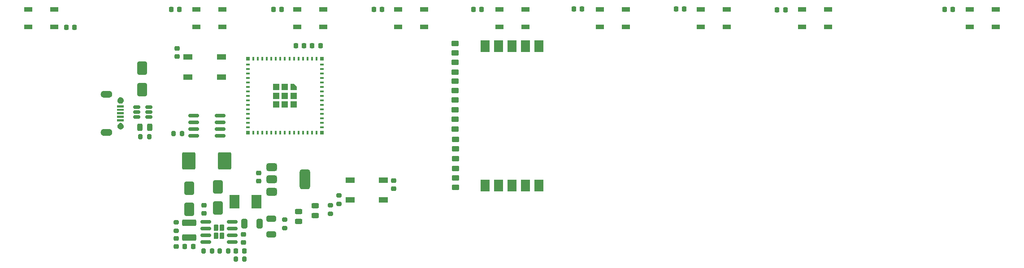
<source format=gbr>
%TF.GenerationSoftware,KiCad,Pcbnew,8.0.5*%
%TF.CreationDate,2025-02-04T15:21:29-08:00*%
%TF.ProjectId,MM36-Dash,4d4d3336-2d44-4617-9368-2e6b69636164,rev?*%
%TF.SameCoordinates,Original*%
%TF.FileFunction,Paste,Top*%
%TF.FilePolarity,Positive*%
%FSLAX46Y46*%
G04 Gerber Fmt 4.6, Leading zero omitted, Abs format (unit mm)*
G04 Created by KiCad (PCBNEW 8.0.5) date 2025-02-04 15:21:29*
%MOMM*%
%LPD*%
G01*
G04 APERTURE LIST*
G04 Aperture macros list*
%AMRoundRect*
0 Rectangle with rounded corners*
0 $1 Rounding radius*
0 $2 $3 $4 $5 $6 $7 $8 $9 X,Y pos of 4 corners*
0 Add a 4 corners polygon primitive as box body*
4,1,4,$2,$3,$4,$5,$6,$7,$8,$9,$2,$3,0*
0 Add four circle primitives for the rounded corners*
1,1,$1+$1,$2,$3*
1,1,$1+$1,$4,$5*
1,1,$1+$1,$6,$7*
1,1,$1+$1,$8,$9*
0 Add four rect primitives between the rounded corners*
20,1,$1+$1,$2,$3,$4,$5,0*
20,1,$1+$1,$4,$5,$6,$7,0*
20,1,$1+$1,$6,$7,$8,$9,0*
20,1,$1+$1,$8,$9,$2,$3,0*%
%AMFreePoly0*
4,1,6,0.600000,-0.600000,-0.600000,-0.600000,-0.600000,0.000000,0.000000,0.600000,0.600000,0.600000,0.600000,-0.600000,0.600000,-0.600000,$1*%
G04 Aperture macros list end*
%ADD10C,0.000000*%
%ADD11RoundRect,0.243750X-0.243750X-0.456250X0.243750X-0.456250X0.243750X0.456250X-0.243750X0.456250X0*%
%ADD12RoundRect,0.225000X-0.225000X-0.250000X0.225000X-0.250000X0.225000X0.250000X-0.225000X0.250000X0*%
%ADD13RoundRect,0.225000X0.225000X0.250000X-0.225000X0.250000X-0.225000X-0.250000X0.225000X-0.250000X0*%
%ADD14R,1.700000X1.000000*%
%ADD15RoundRect,0.250000X0.450000X-0.262500X0.450000X0.262500X-0.450000X0.262500X-0.450000X-0.262500X0*%
%ADD16RoundRect,0.150000X0.825000X0.150000X-0.825000X0.150000X-0.825000X-0.150000X0.825000X-0.150000X0*%
%ADD17R,1.500000X0.900000*%
%ADD18RoundRect,0.200000X0.200000X0.275000X-0.200000X0.275000X-0.200000X-0.275000X0.200000X-0.275000X0*%
%ADD19RoundRect,0.225000X0.250000X-0.225000X0.250000X0.225000X-0.250000X0.225000X-0.250000X-0.225000X0*%
%ADD20RoundRect,0.200000X-0.275000X0.200000X-0.275000X-0.200000X0.275000X-0.200000X0.275000X0.200000X0*%
%ADD21RoundRect,0.200000X0.275000X-0.200000X0.275000X0.200000X-0.275000X0.200000X-0.275000X-0.200000X0*%
%ADD22RoundRect,0.200000X-0.200000X-0.275000X0.200000X-0.275000X0.200000X0.275000X-0.200000X0.275000X0*%
%ADD23R,0.800000X0.800000*%
%ADD24R,1.200000X1.200000*%
%ADD25FreePoly0,270.000000*%
%ADD26R,0.800000X0.400000*%
%ADD27R,0.400000X0.800000*%
%ADD28RoundRect,0.250000X-0.650000X0.325000X-0.650000X-0.325000X0.650000X-0.325000X0.650000X0.325000X0*%
%ADD29RoundRect,0.243750X-0.456250X0.243750X-0.456250X-0.243750X0.456250X-0.243750X0.456250X0.243750X0*%
%ADD30RoundRect,0.250000X-1.075000X0.375000X-1.075000X-0.375000X1.075000X-0.375000X1.075000X0.375000X0*%
%ADD31RoundRect,0.225000X-0.250000X0.225000X-0.250000X-0.225000X0.250000X-0.225000X0.250000X0.225000X0*%
%ADD32RoundRect,0.250000X0.650000X-1.000000X0.650000X1.000000X-0.650000X1.000000X-0.650000X-1.000000X0*%
%ADD33RoundRect,0.250000X-0.650000X1.000000X-0.650000X-1.000000X0.650000X-1.000000X0.650000X1.000000X0*%
%ADD34RoundRect,0.150000X-0.512500X-0.150000X0.512500X-0.150000X0.512500X0.150000X-0.512500X0.150000X0*%
%ADD35R,1.900000X2.500000*%
%ADD36RoundRect,0.250000X1.000000X-1.400000X1.000000X1.400000X-1.000000X1.400000X-1.000000X-1.400000X0*%
%ADD37RoundRect,0.150000X-0.825000X-0.150000X0.825000X-0.150000X0.825000X0.150000X-0.825000X0.150000X0*%
%ADD38RoundRect,0.230000X-0.230000X-0.375000X0.230000X-0.375000X0.230000X0.375000X-0.230000X0.375000X0*%
%ADD39R,1.250000X0.400000*%
%ADD40RoundRect,0.250000X0.325000X0.650000X-0.325000X0.650000X-0.325000X-0.650000X0.325000X-0.650000X0*%
%ADD41RoundRect,0.375000X-0.625000X-0.375000X0.625000X-0.375000X0.625000X0.375000X-0.625000X0.375000X0*%
%ADD42RoundRect,0.500000X-0.500000X-1.400000X0.500000X-1.400000X0.500000X1.400000X-0.500000X1.400000X0*%
%ADD43R,1.651000X2.311400*%
G04 APERTURE END LIST*
D10*
%TO.C,USB1*%
G36*
X130182500Y-143650500D02*
G01*
X130214500Y-143653000D01*
X130247000Y-143657000D01*
X130279000Y-143663000D01*
X130310500Y-143670000D01*
X130341500Y-143679000D01*
X130372500Y-143689000D01*
X130402500Y-143701000D01*
X130432000Y-143714500D01*
X130461000Y-143729000D01*
X130489000Y-143745500D01*
X130516000Y-143763000D01*
X130542500Y-143782000D01*
X130568000Y-143802000D01*
X130592000Y-143823500D01*
X130615500Y-143846000D01*
X130637500Y-143870000D01*
X130658000Y-143894500D01*
X130678000Y-143920500D01*
X130696000Y-143947500D01*
X130713000Y-143975000D01*
X130728500Y-144003500D01*
X130742500Y-144032500D01*
X130755000Y-144062500D01*
X130766000Y-144093000D01*
X130775500Y-144124000D01*
X130783500Y-144155500D01*
X130790000Y-144187000D01*
X130795000Y-144219000D01*
X130798000Y-144251500D01*
X130800000Y-144283500D01*
X130800000Y-144316000D01*
X130798000Y-144348500D01*
X130795000Y-144381000D01*
X130790000Y-144413000D01*
X130783500Y-144444500D01*
X130775500Y-144476000D01*
X130766000Y-144507000D01*
X130755000Y-144537500D01*
X130742500Y-144567500D01*
X130728500Y-144596500D01*
X130713000Y-144625000D01*
X130696000Y-144652500D01*
X130678000Y-144679500D01*
X130658000Y-144705000D01*
X130637500Y-144730000D01*
X130615500Y-144754000D01*
X130592000Y-144776500D01*
X130568000Y-144798000D01*
X130542500Y-144818000D01*
X130516000Y-144837000D01*
X130489000Y-144854500D01*
X130461000Y-144871000D01*
X130432000Y-144885500D01*
X130402500Y-144899000D01*
X130372500Y-144911000D01*
X130341500Y-144921000D01*
X130310500Y-144930000D01*
X130279000Y-144937000D01*
X130247000Y-144942500D01*
X130214500Y-144946500D01*
X130182500Y-144949000D01*
X130150000Y-144950000D01*
X129250000Y-144950000D01*
X129217500Y-144949000D01*
X129185500Y-144946500D01*
X129153000Y-144942500D01*
X129121000Y-144937000D01*
X129089500Y-144930000D01*
X129058500Y-144921000D01*
X129027500Y-144911000D01*
X128997500Y-144899000D01*
X128968000Y-144885500D01*
X128939000Y-144871000D01*
X128911000Y-144854500D01*
X128884000Y-144837000D01*
X128857500Y-144818000D01*
X128832000Y-144798000D01*
X128808000Y-144776500D01*
X128784500Y-144754000D01*
X128762500Y-144730000D01*
X128742000Y-144705000D01*
X128722000Y-144679500D01*
X128704000Y-144652500D01*
X128687000Y-144625000D01*
X128671500Y-144596500D01*
X128657500Y-144567500D01*
X128645000Y-144537500D01*
X128634000Y-144507000D01*
X128624000Y-144476000D01*
X128616500Y-144444500D01*
X128610000Y-144413000D01*
X128605000Y-144381000D01*
X128602000Y-144348500D01*
X128600000Y-144316000D01*
X128600000Y-144283500D01*
X128602000Y-144251500D01*
X128605000Y-144219000D01*
X128610000Y-144187000D01*
X128616500Y-144155500D01*
X128624000Y-144124000D01*
X128634000Y-144093000D01*
X128645000Y-144062500D01*
X128657500Y-144032500D01*
X128671500Y-144003500D01*
X128687000Y-143975000D01*
X128704000Y-143947500D01*
X128722000Y-143920500D01*
X128742000Y-143894500D01*
X128762500Y-143870000D01*
X128784500Y-143846000D01*
X128808000Y-143823500D01*
X128832000Y-143802000D01*
X128857500Y-143782000D01*
X128884000Y-143763000D01*
X128911000Y-143745500D01*
X128939000Y-143729000D01*
X128968000Y-143714500D01*
X128997500Y-143701000D01*
X129027500Y-143689000D01*
X129058500Y-143679000D01*
X129089500Y-143670000D01*
X129121000Y-143663000D01*
X129153000Y-143657000D01*
X129185500Y-143653000D01*
X129217500Y-143650500D01*
X129250000Y-143650000D01*
X130150000Y-143650000D01*
X130182500Y-143650500D01*
G37*
G36*
X130182500Y-136451000D02*
G01*
X130214500Y-136453500D01*
X130247000Y-136457500D01*
X130279000Y-136463000D01*
X130310500Y-136470000D01*
X130341500Y-136479000D01*
X130372500Y-136489000D01*
X130402500Y-136501000D01*
X130432000Y-136514500D01*
X130461000Y-136529000D01*
X130489000Y-136545500D01*
X130516000Y-136563000D01*
X130542500Y-136582000D01*
X130568000Y-136602000D01*
X130592000Y-136623500D01*
X130615500Y-136646000D01*
X130637500Y-136670000D01*
X130658000Y-136695000D01*
X130678000Y-136720500D01*
X130696000Y-136747500D01*
X130713000Y-136775000D01*
X130728500Y-136803500D01*
X130742500Y-136832500D01*
X130755000Y-136862500D01*
X130766000Y-136893000D01*
X130775500Y-136924000D01*
X130783500Y-136955500D01*
X130790000Y-136987000D01*
X130795000Y-137019000D01*
X130798000Y-137051500D01*
X130800000Y-137084000D01*
X130800000Y-137116500D01*
X130798000Y-137148500D01*
X130795000Y-137181000D01*
X130790000Y-137213000D01*
X130783500Y-137244500D01*
X130775500Y-137276000D01*
X130766000Y-137307000D01*
X130755000Y-137337500D01*
X130742500Y-137367500D01*
X130728500Y-137396500D01*
X130713000Y-137425000D01*
X130696000Y-137452500D01*
X130678000Y-137479500D01*
X130658000Y-137505500D01*
X130637500Y-137530000D01*
X130615500Y-137554000D01*
X130592000Y-137576500D01*
X130568000Y-137598000D01*
X130542500Y-137618000D01*
X130516000Y-137637000D01*
X130489000Y-137654500D01*
X130461000Y-137671000D01*
X130432000Y-137685500D01*
X130402500Y-137699000D01*
X130372500Y-137711000D01*
X130341500Y-137721000D01*
X130310500Y-137730000D01*
X130279000Y-137737000D01*
X130247000Y-137743000D01*
X130214500Y-137747000D01*
X130182500Y-137749500D01*
X130150000Y-137750000D01*
X129250000Y-137750000D01*
X129217500Y-137749500D01*
X129185500Y-137747000D01*
X129153000Y-137743000D01*
X129121000Y-137737000D01*
X129089500Y-137730000D01*
X129058500Y-137721000D01*
X129027500Y-137711000D01*
X128997500Y-137699000D01*
X128968000Y-137685500D01*
X128939000Y-137671000D01*
X128911000Y-137654500D01*
X128884000Y-137637000D01*
X128857500Y-137618000D01*
X128832000Y-137598000D01*
X128808000Y-137576500D01*
X128784500Y-137554000D01*
X128762500Y-137530000D01*
X128742000Y-137505500D01*
X128722000Y-137479500D01*
X128704000Y-137452500D01*
X128687000Y-137425000D01*
X128671500Y-137396500D01*
X128657500Y-137367500D01*
X128645000Y-137337500D01*
X128634000Y-137307000D01*
X128624000Y-137276000D01*
X128616500Y-137244500D01*
X128610000Y-137213000D01*
X128605000Y-137181000D01*
X128602000Y-137148500D01*
X128600000Y-137116500D01*
X128600000Y-137084000D01*
X128602000Y-137051500D01*
X128605000Y-137019000D01*
X128610000Y-136987000D01*
X128616500Y-136955500D01*
X128624000Y-136924000D01*
X128634000Y-136893000D01*
X128645000Y-136862500D01*
X128657500Y-136832500D01*
X128671500Y-136803500D01*
X128687000Y-136775000D01*
X128704000Y-136747500D01*
X128722000Y-136720500D01*
X128742000Y-136695000D01*
X128762500Y-136670000D01*
X128784500Y-136646000D01*
X128808000Y-136623500D01*
X128832000Y-136602000D01*
X128857500Y-136582000D01*
X128884000Y-136563000D01*
X128911000Y-136545500D01*
X128939000Y-136529000D01*
X128968000Y-136514500D01*
X128997500Y-136501000D01*
X129027500Y-136489000D01*
X129058500Y-136479000D01*
X129089500Y-136470000D01*
X129121000Y-136463000D01*
X129153000Y-136457500D01*
X129185500Y-136453500D01*
X129217500Y-136451000D01*
X129250000Y-136450000D01*
X130150000Y-136450000D01*
X130182500Y-136451000D01*
G37*
G36*
X132702500Y-137789500D02*
G01*
X132869500Y-137975000D01*
X132946500Y-138212500D01*
X132920500Y-138460500D01*
X132796000Y-138676500D01*
X132594000Y-138823000D01*
X132350000Y-138875000D01*
X132106000Y-138823000D01*
X131904000Y-138676500D01*
X131779500Y-138460500D01*
X131753500Y-138212500D01*
X131830500Y-137975000D01*
X131997500Y-137789500D01*
X132225500Y-137688000D01*
X132475000Y-137688000D01*
X132702500Y-137789500D01*
G37*
G36*
X132702500Y-142639500D02*
G01*
X132869500Y-142825000D01*
X132946500Y-143062000D01*
X132920500Y-143310500D01*
X132796000Y-143526500D01*
X132594000Y-143673000D01*
X132350000Y-143725000D01*
X132106000Y-143673000D01*
X131904000Y-143526500D01*
X131779500Y-143310500D01*
X131753500Y-143062000D01*
X131830500Y-142825000D01*
X131997500Y-142639500D01*
X132225500Y-142538000D01*
X132475000Y-142538000D01*
X132702500Y-142639500D01*
G37*
G36*
X132975000Y-142200000D02*
G01*
X131725000Y-142200000D01*
X131725000Y-141800000D01*
X132975000Y-141800000D01*
X132975000Y-142200000D01*
G37*
G36*
X132975000Y-141550000D02*
G01*
X131725000Y-141550000D01*
X131725000Y-141150000D01*
X132975000Y-141150000D01*
X132975000Y-141550000D01*
G37*
G36*
X132975000Y-140900000D02*
G01*
X131725000Y-140900000D01*
X131725000Y-140500000D01*
X132975000Y-140500000D01*
X132975000Y-140900000D01*
G37*
G36*
X132975000Y-140250000D02*
G01*
X131725000Y-140250000D01*
X131725000Y-139850000D01*
X132975000Y-139850000D01*
X132975000Y-140250000D01*
G37*
G36*
X132975000Y-139600000D02*
G01*
X131725000Y-139600000D01*
X131725000Y-139200000D01*
X132975000Y-139200000D01*
X132975000Y-139600000D01*
G37*
%TD*%
D11*
%TO.C,D16*%
X137847500Y-143340000D03*
X135972500Y-143340000D03*
%TD*%
D12*
%TO.C,C21*%
X257900000Y-121150000D03*
X256350000Y-121150000D03*
%TD*%
D13*
%TO.C,C7*%
X144500000Y-165900000D03*
X146050000Y-165900000D03*
%TD*%
D14*
%TO.C,SW1*%
X175700000Y-153300000D03*
X182000000Y-153300000D03*
X175700000Y-157100000D03*
X182000000Y-157100000D03*
%TD*%
D12*
%TO.C,C17*%
X181750000Y-121050000D03*
X180200000Y-121050000D03*
%TD*%
%TO.C,C20*%
X238800000Y-121000000D03*
X237250000Y-121000000D03*
%TD*%
D15*
%TO.C,R9*%
X195600000Y-149275000D03*
X195600000Y-151100000D03*
%TD*%
D12*
%TO.C,C22*%
X289525000Y-121050000D03*
X287975000Y-121050000D03*
%TD*%
D16*
%TO.C,U4*%
X146200000Y-144960000D03*
X146200000Y-143690000D03*
X146200000Y-142420000D03*
X146200000Y-141150000D03*
X151150000Y-141150000D03*
X151150000Y-142420000D03*
X151150000Y-143690000D03*
X151150000Y-144960000D03*
%TD*%
D17*
%TO.C,D6*%
X227800000Y-121050000D03*
X227800000Y-124350000D03*
X222900000Y-124350000D03*
X222900000Y-121050000D03*
%TD*%
D18*
%TO.C,R3*%
X151050000Y-166697349D03*
X152700000Y-166697349D03*
%TD*%
D12*
%TO.C,C5*%
X170100000Y-127900000D03*
X168550000Y-127900000D03*
%TD*%
D19*
%TO.C,C13*%
X158450000Y-151950000D03*
X158450000Y-153500000D03*
%TD*%
D20*
%TO.C,R5*%
X163400000Y-162425000D03*
X163400000Y-160775000D03*
%TD*%
D21*
%TO.C,R11*%
X173600000Y-156175000D03*
X173600000Y-157825000D03*
%TD*%
D22*
%TO.C,R4*%
X155750000Y-168247349D03*
X154100000Y-168247349D03*
%TD*%
D17*
%TO.C,D13*%
X297650000Y-121050000D03*
X297650000Y-124350000D03*
X292750000Y-124350000D03*
X292750000Y-121050000D03*
%TD*%
D13*
%TO.C,C10*%
X154150000Y-166697349D03*
X155700000Y-166697349D03*
%TD*%
D23*
%TO.C,U1*%
X170400000Y-144400000D03*
X156400000Y-144400000D03*
X156400000Y-130400000D03*
X170400000Y-130400000D03*
D24*
X161750000Y-139050000D03*
X163400000Y-139050000D03*
X165050000Y-139050000D03*
X161750000Y-137400000D03*
X163400000Y-137400000D03*
X165050000Y-137400000D03*
X161750000Y-135750000D03*
X163400000Y-135750000D03*
D25*
X165050000Y-135750000D03*
D26*
X170400000Y-131450000D03*
X170400000Y-132300000D03*
X170400000Y-133150000D03*
X170400000Y-134000000D03*
X170400000Y-134850000D03*
X170400000Y-135700000D03*
X170400000Y-136550000D03*
X170400000Y-137400000D03*
X170400000Y-138250000D03*
X170400000Y-139100000D03*
X170400000Y-139950000D03*
X170400000Y-140800000D03*
X170400000Y-141650000D03*
X170400000Y-142500000D03*
X170400000Y-143350000D03*
D27*
X169350000Y-144400000D03*
X168500000Y-144400000D03*
X167650000Y-144400000D03*
X166800000Y-144400000D03*
X165950000Y-144400000D03*
X165100000Y-144400000D03*
X164250000Y-144400000D03*
X163400000Y-144400000D03*
X162550000Y-144400000D03*
X161700000Y-144400000D03*
X160850000Y-144400000D03*
X160000000Y-144400000D03*
X159150000Y-144400000D03*
X158300000Y-144400000D03*
X157450000Y-144400000D03*
D26*
X156400000Y-143350000D03*
X156400000Y-142500000D03*
X156400000Y-141650000D03*
X156400000Y-140800000D03*
X156400000Y-139950000D03*
X156400000Y-139100000D03*
X156400000Y-138250000D03*
X156400000Y-137400000D03*
X156400000Y-136550000D03*
X156400000Y-135700000D03*
X156400000Y-134850000D03*
X156400000Y-134000000D03*
X156400000Y-133150000D03*
X156400000Y-132300000D03*
X156400000Y-131450000D03*
D27*
X157450000Y-130400000D03*
X158300000Y-130400000D03*
X159150000Y-130400000D03*
X160000000Y-130400000D03*
X160850000Y-130400000D03*
X161700000Y-130400000D03*
X162550000Y-130400000D03*
X163400000Y-130400000D03*
X164250000Y-130400000D03*
X165100000Y-130400000D03*
X165950000Y-130400000D03*
X166800000Y-130400000D03*
X167650000Y-130400000D03*
X168500000Y-130400000D03*
X169350000Y-130400000D03*
%TD*%
D17*
%TO.C,D1*%
X114950000Y-124350000D03*
X114950000Y-121050000D03*
X119850000Y-121050000D03*
X119850000Y-124350000D03*
%TD*%
D13*
%TO.C,C4*%
X165450000Y-127900000D03*
X167000000Y-127900000D03*
%TD*%
D15*
%TO.C,R13*%
X195500000Y-134587500D03*
X195500000Y-136412500D03*
%TD*%
%TO.C,R10*%
X195600000Y-152887500D03*
X195600000Y-154712500D03*
%TD*%
D28*
%TO.C,C12*%
X160800000Y-163600000D03*
X160800000Y-160650000D03*
%TD*%
D17*
%TO.C,D7*%
X246850000Y-121050000D03*
X246850000Y-124350000D03*
X241950000Y-124350000D03*
X241950000Y-121050000D03*
%TD*%
%TO.C,D5*%
X208800000Y-121050000D03*
X208800000Y-124350000D03*
X203900000Y-124350000D03*
X203900000Y-121050000D03*
%TD*%
D12*
%TO.C,C18*%
X200550000Y-121050000D03*
X199000000Y-121050000D03*
%TD*%
D17*
%TO.C,D10*%
X265950000Y-121100000D03*
X265950000Y-124400000D03*
X261050000Y-124400000D03*
X261050000Y-121100000D03*
%TD*%
D14*
%TO.C,SW2*%
X151400000Y-133850000D03*
X145100000Y-133850000D03*
X151400000Y-130050000D03*
X145100000Y-130050000D03*
%TD*%
D18*
%TO.C,R8*%
X137750000Y-145100000D03*
X136100000Y-145100000D03*
%TD*%
D29*
%TO.C,D15*%
X169150000Y-160037500D03*
X169150000Y-158162500D03*
%TD*%
D17*
%TO.C,D4*%
X189700000Y-121050000D03*
X189700000Y-124350000D03*
X184800000Y-124350000D03*
X184800000Y-121050000D03*
%TD*%
D15*
%TO.C,R17*%
X195550000Y-141850000D03*
X195550000Y-143675000D03*
%TD*%
%TO.C,R14*%
X195500000Y-138175000D03*
X195500000Y-140000000D03*
%TD*%
D12*
%TO.C,C19*%
X219525000Y-121000000D03*
X217975000Y-121000000D03*
%TD*%
D30*
%TO.C,L1*%
X145350000Y-164150000D03*
X145350000Y-161350000D03*
%TD*%
D31*
%TO.C,C8*%
X155600000Y-165097349D03*
X155600000Y-163547349D03*
%TD*%
D29*
%TO.C,D12*%
X166000000Y-161137500D03*
X166000000Y-159262500D03*
%TD*%
D13*
%TO.C,C14*%
X122100000Y-124500000D03*
X123650000Y-124500000D03*
%TD*%
D12*
%TO.C,C16*%
X162750000Y-121050000D03*
X161200000Y-121050000D03*
%TD*%
D17*
%TO.C,D2*%
X151600000Y-121050000D03*
X151600000Y-124350000D03*
X146700000Y-124350000D03*
X146700000Y-121050000D03*
%TD*%
D32*
%TO.C,D11*%
X150750000Y-154597349D03*
X150750000Y-158597349D03*
%TD*%
D33*
%TO.C,D14*%
X136450000Y-136200000D03*
X136450000Y-132200000D03*
%TD*%
D34*
%TO.C,U7*%
X137725000Y-139500000D03*
X137725000Y-140450000D03*
X137725000Y-141400000D03*
X135450000Y-141400000D03*
X135450000Y-140450000D03*
X135450000Y-139500000D03*
%TD*%
D19*
%TO.C,C6*%
X143000000Y-128425000D03*
X143000000Y-129975000D03*
%TD*%
D32*
%TO.C,D9*%
X145300000Y-154850000D03*
X145300000Y-158850000D03*
%TD*%
D35*
%TO.C,L2*%
X158000000Y-157397349D03*
X153900000Y-157397349D03*
%TD*%
D36*
%TO.C,D8*%
X152050000Y-149700000D03*
X145250000Y-149700000D03*
%TD*%
D19*
%TO.C,C9*%
X148100000Y-158047349D03*
X148100000Y-159597349D03*
%TD*%
D37*
%TO.C,U2*%
X153445000Y-161192349D03*
X153445000Y-162462349D03*
X153445000Y-163732349D03*
X153445000Y-165002349D03*
X148495000Y-165002349D03*
X148495000Y-163732349D03*
X148495000Y-162462349D03*
X148495000Y-161192349D03*
D38*
X151540000Y-163847349D03*
X151540000Y-162347349D03*
X150400000Y-163847349D03*
X150400000Y-162347349D03*
%TD*%
D39*
%TO.C,USB1*%
X132350000Y-142000000D03*
X132350000Y-141350000D03*
X132350000Y-140700000D03*
X132350000Y-140050000D03*
X132350000Y-139400000D03*
%TD*%
D12*
%TO.C,C15*%
X143450000Y-121050000D03*
X141900000Y-121050000D03*
%TD*%
D15*
%TO.C,R18*%
X195550000Y-127500000D03*
X195550000Y-129325000D03*
%TD*%
D17*
%TO.C,D3*%
X170650000Y-121050000D03*
X170650000Y-124350000D03*
X165750000Y-124350000D03*
X165750000Y-121050000D03*
%TD*%
D40*
%TO.C,C11*%
X155700000Y-161547349D03*
X158650000Y-161547349D03*
%TD*%
D22*
%TO.C,R2*%
X149650000Y-166697349D03*
X148000000Y-166697349D03*
%TD*%
%TO.C,R7*%
X144000000Y-144500000D03*
X142350000Y-144500000D03*
%TD*%
D20*
%TO.C,R1*%
X142850000Y-162925000D03*
X142850000Y-161275000D03*
%TD*%
D19*
%TO.C,C3*%
X183900000Y-153425000D03*
X183900000Y-154975000D03*
%TD*%
D15*
%TO.C,R12*%
X195550000Y-131100000D03*
X195550000Y-132925000D03*
%TD*%
%TO.C,R16*%
X195600000Y-145600000D03*
X195600000Y-147425000D03*
%TD*%
D41*
%TO.C,U3*%
X160900000Y-155500000D03*
D42*
X167200000Y-153200000D03*
D41*
X160900000Y-153200000D03*
X160900000Y-150900000D03*
%TD*%
D31*
%TO.C,C1*%
X142850000Y-165900000D03*
X142850000Y-164350000D03*
%TD*%
D21*
%TO.C,R6*%
X172000000Y-158075000D03*
X172000000Y-159725000D03*
%TD*%
D43*
%TO.C,LED1*%
X211400000Y-128050000D03*
X208860000Y-128050000D03*
X206320000Y-128050000D03*
X203780000Y-128050000D03*
X201240000Y-128050000D03*
X201240000Y-154339000D03*
X203780000Y-154339000D03*
X206320000Y-154339000D03*
X208860000Y-154339000D03*
X211400000Y-154339000D03*
%TD*%
M02*

</source>
